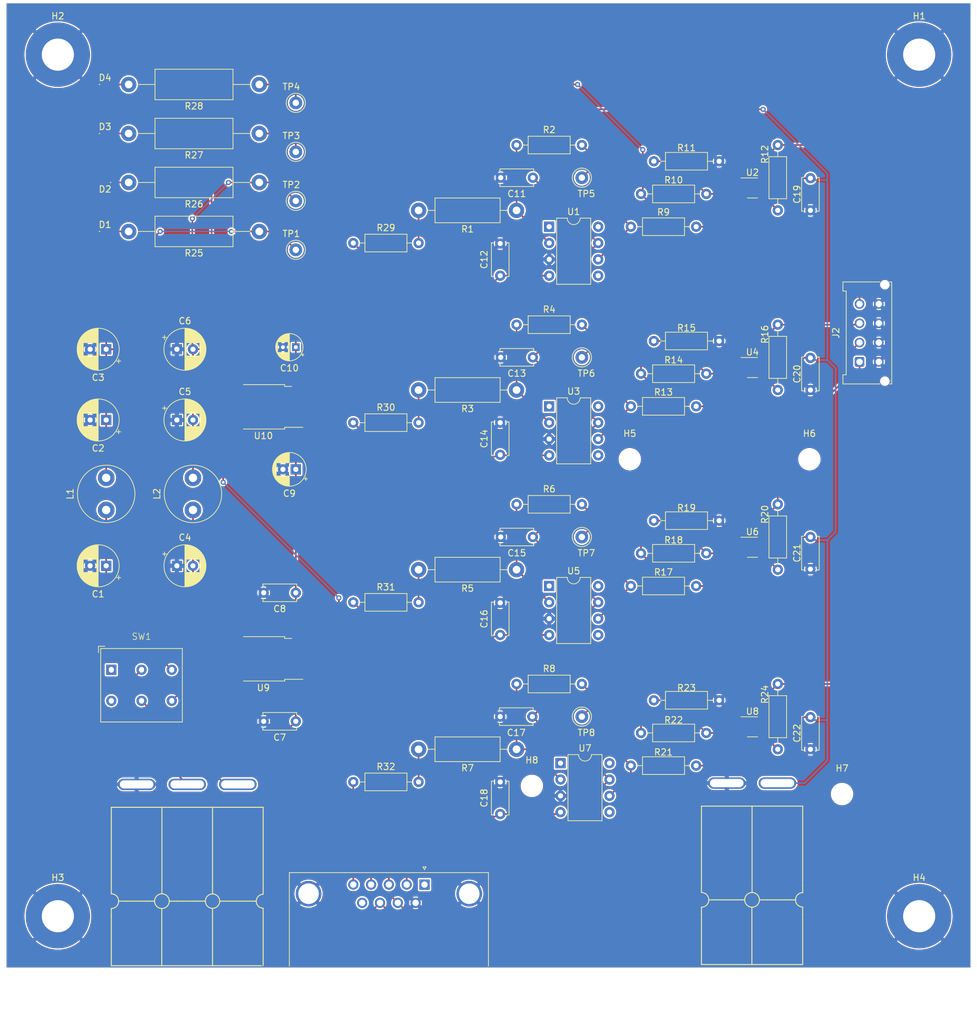
<source format=kicad_pcb>
(kicad_pcb (version 20221018) (generator pcbnew)
  (layers (0 "F.Cu" signal) (31 "B.Cu" signal) (34 "B.Paste" user) (35 "F.Paste" user) (36 "B.SilkS" user "B.Silkscreen") (37 "F.SilkS" user "F.Silkscreen") (38 "B.Mask" user) (39 "F.Mask" user) (44 "Edge.Cuts" user))
  (net 0 "")
  (net 1 "+15V")
  (net 2 "GND")
  (net 3 "+15V_f")
  (net 4 "-15V")
  (net 5 "-15V_f")
  (net 6 "+5V")
  (net 7 "+2.5V")
  (net 8 "Net-(D1-A)")
  (net 9 "Net-(D2-K)")
  (net 10 "Net-(D3-A)")
  (net 11 "Net-(D4-A)")
  (net 13 "X-IN")
  (net 14 "Y-IN")
  (net 15 "Z-IN")
  (net 16 "COM-IN")
  (net 18 "X-OUT")
  (net 19 "Y-OUT")
  (net 20 "Z-OUT")
  (net 21 "COM-OUT")
  (net 22 "Net-(U1--)")
  (net 23 "Net-(R1-Pad2)")
  (net 24 "Net-(R2-Pad2)")
  (net 25 "Net-(U3--)")
  (net 26 "Net-(R3-Pad2)")
  (net 27 "Net-(R13-Pad2)")
  (net 28 "Net-(U5--)")
  (net 29 "Net-(R31-Pad2)")
  (net 30 "Net-(R17-Pad2)")
  (net 31 "Net-(U7--)")
  (net 32 "Net-(R32-Pad2)")
  (net 33 "Net-(R21-Pad2)")
  (net 34 "Net-(U2--)")
  (net 35 "Net-(U2-+)")
  (net 36 "Net-(U4--)")
  (net 37 "Net-(U4-+)")
  (net 38 "Net-(U6--)")
  (net 39 "Net-(U6-+)")
  (net 40 "Net-(U8--)")
  (net 41 "Net-(U8-+)")
  (net 43 "Net-(SW1A-B)")
  (net 45 "Net-(SW1B-B)")
  (footprint "DQC-Connectors:Anderson_2_Horizontal_Side_by_Side" (layer "F.Cu") (at 172.343 138.5073 90)
    (fp_text reference "U12" hide)
    (fp_text value "Anderson-2")
  )
  (footprint "Capacitor_THT:C_Disc_D5.0mm_W2.5mm_P5.00mm" (layer "F.Cu") (at 105.3 128.905 180)
    (fp_text reference "C7")
    (fp_text value "0.33 uF")
  )
  (footprint "Resistor_THT:R_Axial_DIN0207_L6.3mm_D2.5mm_P10.16mm_Horizontal" (layer "F.Cu") (at 159 74.83)
    (fp_text reference "R14")
    (fp_text value "10k")
  )
  (footprint "MountingHole:MountingHole_5mm_Pad" (layer "F.Cu") (at 202.28 159.21)
    (fp_text reference "H4")
    (fp_text value "MountingHole_Pad")
  )
  (footprint "Package_DIP:DIP-8_W7.62mm" (layer "F.Cu") (at 144.72 79.91)
    (fp_text reference "U3")
    (fp_text value "TL071CP")
  )
  (footprint "Capacitor_THT:C_Disc_D5.0mm_W2.5mm_P5.00mm" (layer "F.Cu") (at 185.36 44.43 -90)
    (fp_text reference "C19")
    (fp_text value "0.1 uF")
  )
  (footprint "Resistor_THT:R_Axial_DIN0207_L6.3mm_D2.5mm_P10.16mm_Horizontal" (layer "F.Cu") (at 171.16 41.79 180)
    (fp_text reference "R11")
    (fp_text value "10k")
  )
  (footprint "Resistor_THT:R_Axial_DIN0207_L6.3mm_D2.5mm_P10.16mm_Horizontal" (layer "F.Cu") (at 139.64 123.09)
    (fp_text reference "R8")
    (fp_text value "1M")
  )
  (footprint "Resistor_THT:R_Axial_DIN0411_L9.9mm_D3.6mm_P15.24mm_Horizontal" (layer "F.Cu") (at 139.64 77.37 180)
    (fp_text reference "R3")
    (fp_text value "5M")
  )
  (footprint "Resistor_THT:R_Axial_DIN0207_L6.3mm_D2.5mm_P10.16mm_Horizontal" (layer "F.Cu") (at 159 130.71)
    (fp_text reference "R22")
    (fp_text value "10k")
  )
  (footprint "Package_DIP:DIP-8_W7.62mm" (layer "F.Cu") (at 146.48 135.41)
    (fp_text reference "U7")
    (fp_text value "TL071CP")
  )
  (footprint "Package_TO_SOT_SMD:SOT-23-5" (layer "F.Cu") (at 176.3375 45.94)
    (fp_text reference "U2")
    (fp_text value "OPA310IDBVR")
  )
  (footprint "Resistor_THT:R_Axial_DIN0207_L6.3mm_D2.5mm_P10.16mm_Horizontal" (layer "F.Cu") (at 180.28 133.25 90)
    (fp_text reference "R24")
    (fp_text value "10k")
  )
  (footprint "Capacitor_THT:C_Disc_D5.0mm_W2.5mm_P5.00mm" (layer "F.Cu") (at 185.36 72.37 -90)
    (fp_text reference "C20")
    (fp_text value "0.1 uF")
  )
  (footprint "Resistor_THT:R_Axial_DIN0414_L11.9mm_D4.5mm_P20.32mm_Horizontal" (layer "F.Cu") (at 99.62 29.85 180)
    (fp_text reference "R28")
    (fp_text value "33")
  )
  (footprint "Package_TO_SOT_SMD:SOT-23-5" (layer "F.Cu") (at 176.3375 73.88)
    (fp_text reference "U4")
    (fp_text value "OPA310IDBVR")
  )
  (footprint "Capacitor_THT:CP_Radial_D6.3mm_P2.50mm" (layer "F.Cu") (at 75.8 71.03 180)
    (fp_text reference "C3")
    (fp_text value "100uF")
  )
  (footprint "Capacitor_THT:C_Disc_D5.0mm_W2.5mm_P5.00mm" (layer "F.Cu") (at 137.1 143.33 90)
    (fp_text reference "C18")
    (fp_text value "0.1 uF")
  )
  (footprint "Capacitor_THT:C_Disc_D5.0mm_W2.5mm_P5.00mm" (layer "F.Cu") (at 137.1 115.47 90)
    (fp_text reference "C16")
    (fp_text value "0.1 uF")
  )
  (footprint "MountingHole:MountingHole_5mm_Pad" (layer "F.Cu") (at 68.28 159.21)
    (fp_text reference "H3")
    (fp_text value "MountingHole_Pad")
  )
  (footprint "Capacitor_THT:C_Disc_D5.0mm_W2.5mm_P5.00mm" (layer "F.Cu") (at 142.18 72.29 180)
    (fp_text reference "C13")
    (fp_text value "0.1 uF")
  )
  (footprint "Package_TO_SOT_SMD:SOT-23-5" (layer "F.Cu") (at 176.3375 129.76)
    (fp_text reference "U8")
    (fp_text value "OPA310IDBVR")
  )
  (footprint "Resistor_THT:R_Axial_DIN0207_L6.3mm_D2.5mm_P10.16mm_Horizontal" (layer "F.Cu") (at 114.24 110.39)
    (fp_text reference "R31")
    (fp_text value "1M")
  )
  (footprint "Resistor_THT:R_Axial_DIN0207_L6.3mm_D2.5mm_P10.16mm_Horizontal" (layer "F.Cu") (at 159 102.77)
    (fp_text reference "R18")
    (fp_text value "10k")
  )
  (footprint "Resistor_THT:R_Axial_DIN0207_L6.3mm_D2.5mm_P10.16mm_Horizontal" (layer "F.Cu") (at 180.28 105.31 90)
    (fp_text reference "R20")
    (fp_text value "10k")
  )
  (footprint "Package_TO_SOT_SMD:SOT-23-5" (layer "F.Cu") (at 176.3375 101.82)
    (fp_text reference "U6")
    (fp_text value "OPA310IDBVR")
  )
  (footprint "TestPoint:TestPoint_Loop_D2.50mm_Drill1.0mm" (layer "F.Cu") (at 149.8 100.23)
    (fp_text reference "TP7")
    (fp_text value "TestPoint")
  )
  (footprint "Capacitor_THT:CP_Radial_D4.0mm_P2.00mm" (layer "F.Cu") (at 105.3 70.71 180)
    (fp_text reference "C10")
    (fp_text value "2.2 uF")
  )
  (footprint "TestPoint:TestPoint_Loop_D2.50mm_Drill1.0mm" (layer "F.Cu") (at 105.3 55.57 180)
    (fp_text reference "TP1")
    (fp_text value "TestPoint")
  )
  (footprint "Capacitor_THT:C_Disc_D5.0mm_W2.5mm_P5.00mm" (layer "F.Cu") (at 185.36 128.25 -90)
    (fp_text reference "C22")
    (fp_text value "0.1 uF")
  )
  (footprint "LED_SMD:LED_0201_0603Metric" (layer "F.Cu") (at 75.625 29.85)
    (fp_text reference "D4")
    (fp_text value "LED")
  )
  (footprint "MountingHole:MountingHole_5mm_Pad" (layer "F.Cu") (at 68.28 25.21)
    (fp_text reference "H2")
    (fp_text value "MountingHole_Pad")
  )
  (footprint "DQC-Connectors:Anderson_3_Horizontal_Side_by_Side" (layer "F.Cu") (at 80.532 138.71 90)
    (fp_text reference "U11" hide)
    (fp_text value "Anderson-3")
  )
  (footprint "Resistor_THT:R_Axial_DIN0411_L9.9mm_D3.6mm_P15.24mm_Horizontal" (layer "F.Cu") (at 139.64 105.31 180)
    (fp_text reference "R5")
    (fp_text value "5M")
  )
  (footprint "Capacitor_THT:C_Disc_D5.0mm_W2.5mm_P5.00mm" (layer "F.Cu") (at 137.1 59.59 90)
    (fp_text reference "C12")
    (fp_text value "0.1 uF")
  )
  (footprint "Connector_Molex:Molex_Micro-Fit_3.0_43045-0812_2x04_P3.00mm_Vertical" (layer "F.Cu") (at 193 72.99 90)
    (fp_text reference "J2")
    (fp_text value "Conn_02x04_Odd_Even")
  )
  (footprint "TestPoint:TestPoint_Loop_D2.50mm_Drill1.0mm" (layer "F.Cu") (at 149.8 128.17)
    (fp_text reference "TP8")
    (fp_text value "TestPoint")
  )
  (footprint "MountingHole:MountingHole_5mm_Pad" (layer "F.Cu") (at 202.28 25.21)
    (fp_text reference "H1")
    (fp_text value "MountingHole_Pad")
  )
  (footprint "TestPoint:TestPoint_Loop_D2.50mm_Drill1.0mm" (layer "F.Cu") (at 105.3 47.95 180)
    (fp_text reference "TP2")
    (fp_text value "TestPoint")
  )
  (footprint "Capacitor_THT:C_Disc_D5.0mm_W2.5mm_P5.00mm" (layer "F.Cu") (at 105.3 108.905 180)
    (fp_text reference "C8")
    (fp_text value "0.1 uF")
  )
  (footprint "Resistor_THT:R_Axial_DIN0207_L6.3mm_D2.5mm_P10.16mm_Horizontal" (layer "F.Cu") (at 167.58 135.79 180)
    (fp_text reference "R21")
    (fp_text value "10k")
  )
  (footprint "Resistor_THT:R_Axial_DIN0207_L6.3mm_D2.5mm_P10.16mm_Horizontal" (layer "F.Cu") (at 114.24 82.45)
    (fp_text reference "R30")
    (fp_text value "1M")
  )
  (footprint "Capacitor_THT:CP_Radial_D6.3mm_P2.50mm" (layer "F.Cu") (at 86.8 71.03)
    (fp_text reference "C6")
    (fp_text value "100uF")
  )
  (footprint "Resistor_THT:R_Axial_DIN0207_L6.3mm_D2.5mm_P10.16mm_Horizontal" (layer "F.Cu") (at 139.64 95.15)
    (fp_text reference "R6")
    (fp_text value "1M")
  )
  (footprint "Resistor_THT:R_Axial_DIN0207_L6.3mm_D2.5mm_P10.16mm_Horizontal" (layer "F.Cu") (at 159 46.87)
    (fp_text reference "R10")
    (fp_text value "10k")
  )
  (footprint "MountingHole:MountingHole_3mm" (layer "F.Cu") (at 157.26 88.14)
    (fp_text reference "H5")
    (fp_text value "MountingHole")
  )
  (footprint "Resistor_THT:R_Axial_DIN0207_L6.3mm_D2.5mm_P10.16mm_Horizontal" (layer "F.Cu") (at 114.24 54.51)
    (fp_text reference "R29")
    (fp_text value "1M")
  )
  (footprint "LED_SMD:LED_0201_0603Metric" (layer "F.Cu") (at 75.625 45.09 180)
    (fp_text reference "D2")
    (fp_text value "LED")
  )
  (footprint "Resistor_THT:R_Axial_DIN0414_L11.9mm_D4.5mm_P20.32mm_Horizontal" (layer "F.Cu") (at 99.62 52.71 180)
    (fp_text reference "R25")
    (fp_text value "680")
  )
  (footprint "Resistor_THT:R_Axial_DIN0207_L6.3mm_D2.5mm_P10.16mm_Horizontal" (layer "F.Cu") (at 167.58 51.97 180)
    (fp_text reference "R9")
    (fp_text value "10k")
  )
  (footprint "Resistor_THT:R_Axial_DIN0207_L6.3mm_D2.5mm_P10.16mm_Horizontal" (layer "F.Cu") (at 167.58 107.85 180)
    (fp_text reference "R17")
    (fp_text value "10k")
  )
  (footprint "TestPoint:TestPoint_Loop_D2.50mm_Drill1.0mm" (layer "F.Cu") (at 105.3 32.71 180)
    (fp_text reference "TP4")
    (fp_text value "TestPoint")
  )
  (footprint "Resistor_THT:R_Axial_DIN0207_L6.3mm_D2.5mm_P10.16mm_Horizontal" (layer "F.Cu") (at 167.58 79.91 180)
    (fp_text reference "R13")
    (fp_text value "10k")
  )
  (footprint "Inductor_THT:L_Radial_D8.7mm_P5.00mm_Fastron_07HCP" (layer "F.Cu") (at 75.8 96.03 90)
    (fp_text reference "L1")
    (fp_text value "10uH")
  )
  (footprint "Resistor_THT:R_Axial_DIN0207_L6.3mm_D2.5mm_P10.16mm_Horizontal" (layer "F.Cu") (at 171.16 97.69 180)
    (fp_text reference "R19")
    (fp_text value "10k")
  )
  (footprint "Capacitor_THT:C_Disc_D5.0mm_W2.5mm_P5.00mm" (layer "F.Cu") (at 142.1 128.17 180)
    (fp_text reference "C17")
    (fp_text value "0.1 uF")
  )
  (footprint "Resistor_THT:R_Axial_DIN0411_L9.9mm_D3.6mm_P15.24mm_Horizontal" (layer "F.Cu") (at 139.64 49.43 180)
    (fp_text reference "R1")
    (fp_text value "5M")
  )
  (footprint "Capacitor_THT:C_Disc_D5.0mm_W2.5mm_P5.00mm" (layer "F.Cu") (at 185.36 100.23 -90)
    (fp_text reference "C21")
    (fp_text value "0.1 uF")
  )
  (footprint "Capacitor_THT:C_Disc_D5.0mm_W2.5mm_P5.00mm" (layer "F.Cu") (at 142.18 100.23 180)
    (fp_text reference "C15")
    (fp_text value "0.1 uF")
  )
  (footprint "Package_TO_SOT_SMD:TO-252-3_TabPin2" (layer "F.Cu") (at 100.26 79.99 180)
    (fp_text reference "U10")
    (fp_text value "LD39150DT25")
  )
  (footprint "Resistor_THT:R_Axial_DIN0207_L6.3mm_D2.5mm_P10.16mm_Horizontal" (layer "F.Cu") (at 139.64 39.27)
    (fp_text reference "R2")
    (fp_text value "1M")
  )
  (footprint "LED_SMD:LED_0201_0603Metric" (layer "F.Cu") (at 75.625 52.71)
    (fp_text reference "D1")
    (fp_text value "LED")
  )
  (footprint "Capacitor_THT:CP_Radial_D5.0mm_P2.00mm" (layer "F.Cu") (at 105.3 89.71 180)
    (fp_text reference "C9")
    (fp_text value "1 uF")
  )
  (footprint "Resistor_THT:R_Axial_DIN0207_L6.3mm_D2.5mm_P10.16mm_Horizontal" (layer "F.Cu") (at 114.24 138.33)
    (fp_text reference "R32")
    (fp_text value "1M")
  )
  (footprint "Resistor_THT:R_Axial_DIN0207_L6.3mm_D2.5mm_P10.16mm_Horizontal" (layer "F.Cu") (at 180.28 49.43 90)
    (fp_text reference "R12")
    (fp_text value "10k")
  )
  (footprint "Package_DIP:DIP-8_W7.62mm" (layer "F.Cu") (at 144.72 107.85)
    (fp_text reference "U5")
    (fp_text value "TL071CP")
  )
  (footprint "Package_TO_SOT_SMD:TO-252-2" (layer "F.Cu") (at 100.26 119.185 180)
    (fp_text reference "U9")
    (fp_text value "KA78M05_TO252")
  )
  (footprint "Capacitor_THT:C_Disc_D5.0mm_W2.5mm_P5.00mm" (layer "F.Cu") (at 142.18 44.35 180)
    (fp_text reference "C11")
    (fp_text value "0.1 uF")
  )
  (footprint "Capacitor_THT:CP_Radial_D6.3mm_P2.50mm" (layer "F.Cu") (at 75.8 104.71 180)
    (fp_text reference "C1")
    (fp_text value "100uF")
  )
  (footprint "Connector_Dsub:DSUB-9_Female_Horizontal_P2.77x2.84mm_EdgePinOffset9.90mm_Housed_MountingHolesOffset11.32mm" (layer "F.Cu") (at 125.32 154.29)
    (fp_text reference "J1" hide)
    (fp_text value "DE9_Receptacle_MountingHoles")
  )
  (footprint "Capacitor_THT:CP_Radial_D6.3mm_P2.50mm" (layer "F.Cu") (at 86.8 104.71)
    (fp_text reference "C4")
    (fp_text value "100uF")
  )
  (footprint "MountingHole:MountingHole_3mm" (layer "F.Cu") (at 190.28 140.21)
    (fp_text reference "H7")
    (fp_text value "MountingHole")
  )
  (footprint "TestPoint:TestPoint_Loop_D2.50mm_Drill1.0mm" (layer "F.Cu") (at 149.8 72.29)
    (fp_text reference "TP6")
    (fp_text value "TestPoint")
  )
  (footprint "Resistor_THT:R_Axial_DIN0207_L6.3mm_D2.5mm_P10.16mm_Horizontal" (layer "F.Cu") (at 171.16 125.63 180)
    (fp_text reference "R23")
    (fp_text value "10k")
  )
  (footprint "Package_DIP:DIP-8_W7.62mm" (layer "F.Cu") (at 144.72 51.97)
    (fp_text reference "U1")
    (fp_text value "TL071CP")
  )
  (footprint "Resistor_THT:R_Axial_DIN0414_L11.9mm_D4.5mm_P20.32mm_Horizontal" (layer "F.Cu") (at 99.62 37.47 180)
    (fp_text reference "R27")
    (fp_text value "150")
  )
  (footprint "Resistor_THT:R_Axial_DIN0414_L11.9mm_D4.5mm_P20.32mm_Horizontal" (layer "F.Cu") (at 99.62 45.09 180)
    (fp_text reference "R26")
    (fp_text value "680")
  )
  (footprint "MountingHole:MountingHole_3mm" (layer "F.Cu") (at 142.02 138.94)
    (fp_text reference "H8")
    (fp_text value "MountingHole")
  )
  (footprint "TestPoint:TestPoint_Loop_D2.50mm_Drill1.0mm" (layer "F.Cu") (at 105.3 40.33 180)
    (fp_text reference "TP3")
    (fp_text value "TestPoint")
  )
  (footprint "Resistor_THT:R_Axial_DIN0207_L6.3mm_D2.5mm_P10.16mm_Horizontal" (layer "F.Cu") (at 180.28 77.37 90)
    (fp_text reference "R16")
    (fp_text value "10k")
  )
  (footprint "Resistor_THT:R_Axial_DIN0207_L6.3mm_D2.5mm_P10.16mm_Horizontal" (layer "F.Cu") (at 171.16 69.75 180)
    (fp_text reference "R15")
    (fp_text value "10k")
  )
  (footprint "MountingHole:MountingHole_3mm" (layer "F.Cu") (at 185.2 88.14)
    (fp_text reference "H6")
    (fp_text value "MountingHole")
  )
  (footprint "Capacitor_THT:CP_Radial_D6.3mm_P2.50mm" (layer "F.Cu") (at 75.8 82.03 180)
    (fp_text reference "C2")
    (fp_text value "100uF")
  )
  (footprint "LED_SMD:LED_0201_0603Metric" (layer "F.Cu") (at 75.625 37.47)
    (fp_text reference "D3")
    (fp_text value "LED")
  )
  (footprint "Button_Switch_THT:SW_E-Switch_100DP1T1B1M2QEH_DPDT_Toggle_Straight" (layer "F.Cu") (at 76.6 120.88)
    (fp_text reference "SW1")
    (fp_text value "SW_DPDT_x2")
  )
  (footprint "Inductor_THT:L_Radial_D8.7mm_P5.00mm_Fastron_07HCP" (layer "F.Cu") (at 89.3 96.03 90)
    (fp_text reference "L2")
    (fp_text value "10uH")
  )
  (footprint "Resistor_THT:R_Axial_DIN0207_L6.3mm_D2.5mm_P10.16mm_Horizontal" (layer "F.Cu") (at 139.64 67.21)
    (fp_text reference "R4")
    (fp_text value "1M")
  )
  (footprint "TestPoint:TestPoint_Loop_D2.50mm_Drill1.0mm" (layer "F.Cu") (at 149.8 44.35)
    (fp_text reference "TP5")
    (fp_text value "TestPoint")
  )
  (footprint "Capacitor_THT:CP_Radial_D6.3mm_P2.50mm" (layer "F.Cu") (at 86.8 82.03)
    (fp_text reference "C5")
    (fp_text value "100uF")
  )
  (footprint "Resistor_THT:R_Axial_DIN0411_L9.9mm_D3.6mm_P15.24mm_Horizontal" (layer "F.Cu") (at 139.64 133.25 180)
    (fp_text reference "R7")
    (fp_text value "5M")
  )
  (footprint "Capacitor_THT:C_Disc_D5.0mm_W2.5mm_P5.00mm" (layer "F.Cu") (at 137.1 87.45 90)
    (fp_text reference "C14")
    (fp_text value "0.1 uF")
  )
  (gr_rect (start 60.28 17.21) (end 210.28 167.21) (stroke (width 0.1)) (fill none) (layer "Edge.Cuts"))
  (segment (start 75.8 110.68) (end 86 120.88) (width 0.25) (layer "F.Cu") (net 1))
  (segment (start 75.8 104.71) (end 75.8 110.68) (width 0.25) (layer "F.Cu") (net 1))
  (segment (start 75.8 96.03) (end 75.8 104.71) (width 0.25) (layer "F.Cu") (net 1))
  (segment (start 175.19 73.87) (end 175.2 73.88) (width 0.25) (layer "F.Cu") (net 2))
  (segment (start 86.8 104.75) (end 86.76 104.79) (width 0.25) (layer "F.Cu") (net 2))
  (segment (start 137.18 54.51) (end 137.1 54.59) (width 0.25) (layer "F.Cu") (net 2))
  (segment (start 137.18 110.39) (end 137.1 110.47) (width 0.25) (layer "F.Cu") (net 2))
  (segment (start 137.18 82.37) (end 137.1 82.45) (width 0.25) (layer "F.Cu") (net 2))
  (segment (start 149.8 57.05) (end 149.8 64.67) (width 0.25) (layer "F.Cu") (net 3))
  (segment (start 81.2 74.13) (end 78.1 71.03) (width 0.25) (layer "F.Cu") (net 3))
  (segment (start 103.28 130.71) (end 88.28 130.71) (width 0.25) (layer "F.Cu") (net 3))
  (segment (start 149.8 84.99) (end 149.8 92.61) (width 0.25) (layer "F.Cu") (net 3))
  (segment (start 149.8 64.67) (end 142.18 72.29) (width 0.25) (layer "F.Cu") (net 3))
  (segment (start 88.2 119.71) (end 81.2 112.71) (width 0.25) (layer "F.Cu") (net 3))
  (segment (start 86.28 123.71) (end 88.2 121.79) (width 0.25) (layer "F.Cu") (net 3))
  (segment (start 84.28 126.71) (end 84.28 124.71) (width 0.25) (layer "F.Cu") (net 3))
  (segment (start 151.28 144.095) (end 133.96 161.415) (width 0.25) (layer "F.Cu") (net 3))
  (segment (start 103.495 130.71) (end 105.3 128.905) (width 0.25) (layer "F.Cu") (net 3))
  (segment (start 149.8 112.93) (end 149.8 120.47) (width 0.25) (layer "F.Cu") (net 3))
  (segment (start 114.11 161.415) (end 107.28 161.415) (width 0.25) (layer "F.Cu") (net 3))
  (segment (start 103.495 157.63) (end 103.495 130.71) (width 0.25) (layer "F.Cu") (net 3))
  (segment (start 133.96 161.415) (end 122.68 161.415) (width 0.25) (layer "F.Cu") (net 3))
  (segment (start 149.8 120.47) (end 142.1 128.17) (width 0.25) (layer "F.Cu") (net 3))
  (segment (start 103.28 130.71) (end 103.495 130.71) (width 0.25) (layer "F.Cu") (net 3))
  (segment (start 154.1 137.95) (end 151.28 140.77) (width 0.25) (layer "F.Cu") (net 3))
  (segment (start 78.1 71.03) (end 75.8 71.03) (width 0.25) (layer "F.Cu") (net 3))
  (segment (start 85.28 123.71) (end 86.28 123.71) (width 0.25) (layer "F.Cu") (net 3))
  (segment (start 142.18 44.35) (end 152.34 54.51) (width 0.25) (layer "F.Cu") (net 3))
  (segment (start 81.2 112.71) (end 81.2 74.13) (width 0.25) (layer "F.Cu") (net 3))
  (segment (start 75.8 61.11) (end 75.8 71.03) (width 0.25) (layer "F.Cu") (net 3))
  (segment (start 105.3 55.57) (end 102.44 52.71) (width 0.25) (layer "F.Cu") (net 3))
  (segment (start 105.3 121.465) (end 105.3 128.905) (width 0.25) (layer "F.Cu") (net 3))
  (segment (start 88.2 121.79) (end 88.2 119.71) (width 0.25) (layer "F.Cu") (net 3))
  (segment (start 102.44 52.71) (end 99.62 52.71) (width 0.25) (layer "F.Cu") (net 3))
  (segment (start 122.68 161.415) (end 118.395 157.13) (width 0.25) (layer "F.Cu") (net 3))
  (segment (start 154.1 137.95) (end 150.36 134.21) (width 0.25) (layer "F.Cu") (net 3))
  (segment (start 84.28 124.71) (end 85.28 123.71) (width 0.25) (layer "F.Cu") (net 3))
  (segment (start 107.28 161.415) (end 103.495 157.63) (width 0.25) (layer "F.Cu") (net 3))
  (segment (start 152.34 82.45) (end 149.8 84.99) (width 0.25) (layer "F.Cu") (net 3))
  (segment (start 152.34 54.51) (end 149.8 57.05) (width 0.25) (layer "F.Cu") (net 3))
  (segment (start 148.14 134.21) (end 142.1 128.17) (width 0.25) (layer "F.Cu") (net 3))
  (segment (start 75.8 71.03) (end 75.8 82.03) (width 0.25) (layer "F.Cu") (net 3))
  (segment (start 142.18 72.29) (end 152.34 82.45) (width 0.25) (layer "F.Cu") (net 3))
  (segment (start 142.18 100.23) (end 152.34 110.39) (width 0.25) (layer "F.Cu") (net 3))
  (segment (start 118.395 157.13) (end 114.11 161.415) (width 0.25) (layer "F.Cu") (net 3))
  (segment (start 149.8 92.61) (end 142.18 100.23) (width 0.25) (layer "F.Cu") (net 3))
  (segment (start 88.28 130.71) (end 84.28 126.71) (width 0.25) (layer "F.Cu") (net 3))
  (segment (start 75.8 82.03) (end 75.8 91.03) (width 0.25) (layer "F.Cu") (net 3))
  (segment (start 95.28 52.71) (end 99.62 52.71) (width 0.25) (layer "F.Cu") (net 3))
  (segment (start 150.36 134.21) (end 148.14 134.21) (width 0.25) (layer "F.Cu") (net 3))
  (segment (start 84.2 52.71) (end 75.8 61.11) (width 0.25) (layer "F.Cu") (net 3))
  (segment (start 152.34 110.39) (end 149.8 112.93) (width 0.25) (layer "F.Cu") (net 3))
  (segment (start 151.28 140.77) (end 151.28 144.095) (width 0.25) (layer "F.Cu") (net 3))
  (via (at 95.28 52.71) (size 0.8) (drill 0.4) (layers "F.Cu" "B.Cu") (net 3))
  (via (at 84.2 52.71) (size 0.8) (drill 0.4) (layers "F.Cu" "B.Cu") (net 3))
  (segment (start 84.2 52.71) (end 95.28 52.71) (width 0.25) (layer "B.Cu") (net 3))
  (segment (start 89.3 96.03) (end 89.3 104.71) (width 0.25) (layer "F.Cu") (net 4))
  (segment (start 89.3 122.41) (end 86 125.71) (width 0.25) (layer "F.Cu") (net 4))
  (segment (start 89.3 104.71) (end 89.3 122.41) (width 0.25) (layer "F.Cu") (net 4))
  (segment (start 113 155.415) (end 119.45 155.415) (width 0.25) (layer "F.Cu") (net 5))
  (segment (start 123.45 159.415) (end 121.165 157.13) (width 0.25) (layer "F.Cu") (net 5))
  (segment (start 134.56 62.13) (end 134.56 143.71) (width 0.25) (layer "F.Cu") (net 5))
  (segment (start 126.28 159.415) (end 123.45 159.415) (width 0.25) (layer "F.Cu") (net 5))
  (segment (start 119.45 155.415) (end 121.165 157.13) (width 0.25) (layer "F.Cu") (net 5))
  (segment (start 137.18 87.53) (end 137.1 87.45) (width 0.25) (layer "F.Cu") (net 5))
  (segment (start 105.3 47.95) (end 102.44 45.09) (width 0.25) (layer "F.Cu") (net 5))
  (segment (start 102.44 45.09) (end 99.62 45.09) (width 0.25) (layer "F.Cu") (net 5))
  (segment (start 137.1 115.47) (end 136.86 115.71) (width 0.25) (layer "F.Cu") (net 5))
  (segment (start 128.28 157.415) (end 126.28 159.415) (width 0.25) (layer "F.Cu") (net 5))
  (segment (start 136.84 87.71) (end 134.56 87.71) (width 0.25) (layer "F.Cu") (net 5))
  (segment (start 136.86 115.71) (end 134.56 115.71) (width 0.25) (layer "F.Cu") (net 5))
  (segment (start 137.1 59.59) (end 134.56 62.13) (width 0.25) (layer "F.Cu") (net 5))
  (segment (start 94.82 45.09) (end 99.62 45.09) (width 0.25) (layer "F.Cu") (net 5))
  (segment (start 134.56 143.71) (end 137 143.71) (width 0.25) (layer "F.Cu") (net 5))
  (segment (start 89.3 82.03) (end 89.3 91.03) (width 0.25) (layer "F.Cu") (net 5))
  (segment (start 112 154.415) (end 113 155.415) (width 0.25) (layer "F.Cu") (net 5))
  (segment (start 134.56 143.71) (end 128.28 149.99) (width 0.25) (layer "F.Cu") (net 5))
  (segment (start 94 91.71) (end 94 73.43) (width 0.25) (layer "F.Cu") (net 5))
  (segment (start 89.2 70.93) (end 89.3 71.03) (width 0.25) (layer "F.Cu") (net 5))
  (segment (start 146.18 143.33) (end 146.48 143.03) (width 0.25) (layer "F.Cu") (net 5))
  (segment (start 137.1 87.45) (end 136.84 87.71) (width 0.25) (layer "F.Cu") (net 5))
  (segment (start 89.2 50.71) (end 89.2 70.93) (width 0.25) (layer "F.Cu") (net 5))
  (segment (start 112 109.71) (end 112 154.415) (width 0.25) (layer "F.Cu") (net 5))
  (segment (start 137.1 115.47) (end 144.72 115.47) (width 0.25) (layer "F.Cu") (net 5))
  (segment (start 144.72 87.53) (end 137.18 87.53) (width 0.25) (layer "F.Cu") (net 5))
  (segment (start 94 73.43) (end 91.6 71.03) (width 0.25) (layer "F.Cu") (net 5))
  (segment (start 144.72 59.59) (end 137.1 59.59) (width 0.25) (layer "F.Cu") (net 5))
  (segment (start 91.6 71.03) (end 89.3 71.03) (width 0.25) (layer "F.Cu") (net 5))
  (segment (start 89.3 71.03) (end 89.3 82.03) (width 0.25) (layer "F.Cu") (net 5))
  (segment (start 137.1 143.33) (end 146.18 143.33) (width 0.25) (layer "F.Cu") (net 5))
  (segment (start 128.28 149.99) (end 128.28 157.415) (width 0.25) (layer "F.Cu") (net 5))
  (via (at 112 109.71) (size 0.8) (drill 0.4) (layers "F.Cu" "B.Cu") (net 5))
  (via (at 89.2 50.71) (size 0.8) (drill 0.4) (layers "F.Cu" "B.Cu") (net 5))
  (via (at 94 91.71) (size 0.8) (drill 0.4) (layers "F.Cu" "B.Cu") (net 5))
  (via (at 94.82 45.09) (size 0.8) (drill 0.4) (layers "F.Cu" "B.Cu") (net 5))
  (segment (start 94 91.71) (end 112 109.71) (width 0.25) (layer "B.Cu") (net 5))
  (segment (start 89.2 50.71) (end 94.82 45.09) (width 0.25) (layer "B.Cu") (net 5))
  (segment (start 105.28 37.47) (end 108.48 37.47) (width 0.25) (layer "F.Cu") (net 6))
  (segment (start 177.475 100.87) (end 178.115 100.23) (width 0.25) (layer "F.Cu") (net 6))
  (segment (start 105.3 101.61) (end 108.48 98.43) (width 0.25) (layer "F.Cu") (net 6))
  (segment (start 178 33.71) (end 112.24 33.71) (width 0.25) (layer "F.Cu") (net 6))
  (segment (start 178.115 100.23) (end 185.36 100.23) (width 0.25) (layer "F.Cu") (net 6))
  (segment (start 105.3 108.905) (end 105.3 101.71) (width 0.25) (layer "F.Cu") (net 6))
  (segment (start 177.475 128.81) (end 178.035 128.25) (width 0.25) (layer "F.Cu") (net 6))
  (segment (start 177.475 44.99) (end 178.035 44.43) (width 0.25) (layer "F.Cu") (net 6))
  (segment (start 105.3 108.905) (end 105.3 116.905) (width 0.25) (layer "F.Cu") (net 6))
  (segment (start 99.62 37.47) (end 105.28 37.47) (width 0.25) (layer "F.Cu") (net 6))
  (segment (start 178.035 44.43) (end 185.36 44.43) (width 0.25) (layer "F.Cu") (net 6))
  (segment (start 105.3 40.33) (end 105.3 37.49) (width 0.25) (layer "F.Cu") (net 6))
  (segment (start 108.48 98.43) (end 108.48 37.47) (width 0.25) (layer "F.Cu") (net 6))
  (segment (start 178.035 72.37) (end 185.36 72.37) (width 0.25) (layer "F.Cu") (net 6))
  (segment (start 105.3 37.49) (end 105.28 37.47) (width 0.25) (layer "F.Cu") (net 6))
  (segment (start 105.3 101.71) (end 105.3 89.71) (width 0.25) (layer "F.Cu") (net 6))
  (segment (start 105.3 82.27) (end 105.3 89.71) (width 0.25) (layer "F.Cu") (net 6))
  (segment (start 178.035 128.25) (end 185.36 128.25) (width 0.25) (layer "F.Cu") (net 6))
  (segment (start 177.475 72.93) (end 178.035 72.37) (width 0.25) (layer "F.Cu") (net 6))
  (segment (start 105.3 101.71) (end 105.3 101.61) (width 0.25) (layer "F.Cu") (net 6))
  (segment (start 112.24 33.71) (end 108.48 37.47) (width 0.25) (layer "F.Cu") (net 6))
  (via (at 178 33.71) (size 0.8) (drill 0.4) (layers "F.Cu" "B.Cu") (net 6))
  (segment (start 185.36 72.37) (end 185.7 72.71) (width 0.25) (layer "B.Cu") (net 6))
  (segment (start 189.28 73.99) (end 189.28 99.43) (width 0.25) (layer "B.Cu") (net 6))
  (segment (start 185.82 128.71) (end 188 128.71) (width 0.25) (layer "B.Cu") (net 6))
  (segment (start 188 44.71) (end 185.64 44.71) (width 0.25) (layer "B.Cu") (net 6))
  (segment (start 188 134.99) (end 188 100.71) (width 0.25) (layer "B.Cu") (net 6))
  (segment (start 185.84 100.71) (end 188 100.71) (width 0.25) (layer "B.Cu") (net 6))
  (segment (start 185.64 44.71) (end 185.36 44.43) (width 0.25) (layer "B.Cu") (net 6))
  (segment (start 184.4827 138.5073) (end 180.217 138.5073) (width 0.25) (layer "B.Cu") (net 6))
  (segment (start 185.36 128.25) (end 185.82 128.71) (width 0.25) (layer "B.Cu") (net 6))
  (segment (start 185.36 100.23) (end 185.84 100.71) (width 0.25) (layer "B.Cu") (net 6))
  (segment (start 188 72.71) (end 189.28 73.99) (width 0.25) (layer "B.Cu") (net 6))
  (segment (start 189.28 99.43) (end 188 100.71) (width 0.25) (layer "B.Cu") (net 6))
  (segment (start 188 43.71) (end 188 72.71) (width 0.25) (layer "B.Cu") (net 6))
  (segment (start 185.7 72.71) (end 188 72.71) (width 0.25) (layer "B.Cu") (net 6))
  (segment (start 178 33.71) (end 188 43.71) (width 0.25) (layer "B.Cu") (net 6))
  (segment (start 188 134.99) (end 184.4827 138.5073) (width 0.25) (layer "B.Cu") (net 6))
  (segment (start 160.28 111.21) (end 159 112.49) (width 0.25) (layer "F.Cu") (net 7))
  (segment (start 159.28 39.99) (end 159.28 46.59) (width 0.25) (layer "F.Cu") (net 7))
  (segment (start 92.2 54.71) (end 92.2 38.29) (width 0.25) (layer "F.Cu") (net 7))
  (segment (start 105.3 70.71) (end 105.3 77.71) (width 0.25) (layer "F.Cu") (net 7))
  (segment (start 159 56.49) (end 159 74.83) (width 0.25) (layer "F.Cu") (net 7))
  (segment (start 99.62 29.85) (end 102.28 29.85) (width 0.25) (layer "F.Cu") (net 7))
  (segment (start 149.14 29.85) (end 102.28 29.85) (width 0.25) (layer "F.Cu") (net 7))
  (segment (start 159.28 46.59) (end 159 46.87) (width 0.25) (layer "F.Cu") (net 7))
  (segment (start 100.28 34.21) (end 102.28 32.21) (width 0.25) (layer "F.Cu") (net 7))
  (segment (start 160.28 104.05) (end 160.28 111.21) (width 0.25) (layer "F.Cu") (net 7))
  (segment (start 159 74.83) (end 162.28 78.11) (width 0.25) (layer "F.Cu") (net 7))
  (segment (start 160.28 55.21) (end 159 56.49) (width 0.25) (layer "F.Cu") (net 7))
  (segment (start 105.3 70.71) (end 105.3 67.81) (width 0.25) (layer "F.Cu") (net 7))
  (segment (start 159 46.87) (end 160.28 48.15) (width 0.25) (layer "F.Cu") (net 7))
  (segment (start 105.3 67.81) (end 92.2 54.71) (width 0.25) (layer "F.Cu") (net 7))
  (segment (start 162.28 78.11) (end 162.28 90.21) (width 0.25) (layer "F.Cu") (net 7))
  (segment (start 160.28 48.15) (end 160.28 55.21) (width 0.25) (layer "F.Cu") (net 7))
  (segment (start 105.3 32.71) (end 105.3 29.85) (width 0.25) (layer "F.Cu") (net 7))
  (segment (start 162.28 90.21) (end 159 93.49) (width 0.25) (layer "F.Cu") (net 7))
  (segment (start 96.28 34.21) (end 100.28 34.21) (width 0.25) (layer "F.Cu") (net 7))
  (segment (start 102.28 32.21) (end 102.28 29.85) (width 0.25) (layer "F.Cu") (net 7))
  (segment (start 92.2 38.29) (end 96.28 34.21) (width 0.25) (layer "F.Cu") (net 7))
  (segment (start 159 93.49) (end 159 102.77) (width 0.25) (layer "F.Cu") (net 7))
  (segment (start 159 112.49) (end 159 130.71) (width 0.25) (layer "F.Cu") (net 7))
  (segment (start 159 102.77) (end 160.28 104.05) (width 0.25) (layer "F.Cu") (net 7))
  (via (at 159.28 39.99) (size 0.8) (drill 0.4) (layers "F.Cu" "B.Cu") (net 7))
  (via (at 149.14 29.85) (size 0.8) (drill 0.4) (layers "F.Cu" "B.Cu") (net 7))
  (segment (start 159.28 39.99) (end 149.14 29.85) (width 0.25) (layer "B.Cu") (net 7))
  (segment (start 79.3 52.71) (end 75.945 52.71) (width 0.25) (layer "F.Cu") (net 8))
  (segment (start 79.3 45.09) (end 75.945 45.09) (width 0.25) (layer "F.Cu") (net 9))
  (segment (start 79.3 37.47) (end 75.945 37.47) (width 0.25) (layer "F.Cu") (net 10))
  (segment (start 79.3 29.85) (end 75.945 29.85) (width 0.25) (layer "F.Cu") (net 11))
  (segment (start 122.55 62.82) (end 122.55 154.29) (width 0.25) (layer "F.Cu") (net 13))
  (segment (start 114.24 54.51) (end 122.55 62.82) (width 0.25) (layer "F.Cu") (net 13))
  (segment (start 119.78 87.99) (end 119.78 154.29) (width 0.25) (layer "F.Cu") (net 14))
  (segment (start 114.24 82.45) (end 119.78 87.99) (width 0.25) (layer "F.Cu") (net 14))
  (segment (start 117.01 113.16) (end 117.01 154.29) (width 0.25) (layer "F.Cu") (net 15))
  (segment (start 114.24 110.39) (end 117.01 113.16) (width 0.25) (layer "F.Cu") (net 15))
  (segment (start 114.24 138.33) (end 114.24 154.29) (width 0.25) (layer "F.Cu") (net 16))
  (segment (start 175.2 44.35) (end 175.2 44.99) (width 0.25) (layer "F.Cu") (net 18))
  (segment (start 193 63.99) (end 193 44.37) (width 0.25) (layer "F.Cu") (net 18))
  (segment (start 180.28 39.27) (end 175.2 44.35) (width 0.25) (layer "F.Cu") (net 18))
  (segment (start 193 44.37) (end 187.9 39.27) (width 0.25) (layer "F.Cu") (net 18))
  (segment (start 180.28 39.27) (end 187.9 39.27) (width 0.25) (layer "F.Cu") (net 18))
  (segment (start 180.28 67.21) (end 175.2 72.29) (width 0.25) (layer "F.Cu") (net 19))
  (segment (start 180.28 67.21) (end 192.78 67.21) (width 0.25) (layer "F.Cu") (net 19))
  (segment (start 192.78 67.21) (end 193 66.99) (width 0.25) (layer "F.Cu") (net 19))
  (segment (start 175.2 72.29) (end 175.2 72.93) (width 0.25) (layer "F.Cu") (net 19))
  (segment (start 191.28 71.71) (end 191.28 75.21) (width 0.25) (layer "F.Cu") (net 20))
  (segment (start 175.2 100.23) (end 175.2 100.87) (width 0.25) (layer "F.Cu") (net 20))
  (segment (start 180.28 95.15) (end 175.2 100.23) (width 0.25) (layer "F.Cu") (net 20))
  (segment (start 191.28 75.21) (end 180.28 86.21) (width 0.25) (layer "F.Cu") (net 20))
  (segment (start 193 69.99) (end 191.28 71.71) (width 0.25) (layer "F.Cu") (net 20))
  (segment (start 180.28 86.21) (end 180.28 95.15) (width 0.25) (layer "F.Cu") (net 20))
  (segment (start 175.2 128.17) (end 175.2 128.81) (width 0.25) (layer "F.Cu") (net 21))
  (segment (start 180.28 123.09) (end 175.2 128.17) (width 0.25) (layer "F.Cu") (net 21))
  (segment (start 180.28 123.09) (end 188.92 123.09) (width 0.25) (layer "F.Cu") (net 21))
  (segment (start 193 119.01) (end 188.92 123.09) (width 0.25) (layer "F.Cu") (net 21))
  (segment (start 193 72.99) (end 193 119.01) (width 0.25) (layer "F.Cu") (net 21))
  (segment (start 139.64 39.27) (end 139.64 49.43) (width 0.25) (layer "F.Cu") (net 22))
  (segment (start 139.64 49.43) (end 144.72 54.51) (width 0.25) (layer "F.Cu") (net 22))
  (segment (start 124.4 49.43) (end 124.4 54.51) (width 0.25) (layer "F.Cu") (net 23))
  (segment (start 152.26 41.89) (end 152.26 41.73) (width 0.25) (layer "F.Cu") (net 24))
  (segment (start 157.42 51.97) (end 154.28 48.83) (width 0.25) (layer "F.Cu") (net 24))
  (segment (start 154.28 43.75) (end 152.26 41.73) (width 0.25) (layer "F.Cu") (net 24))
  (segment (start 154.28 48.83) (end 154.28 43.75) (width 0.25) (layer "F.Cu") (net 24))
  (segment (start 157.42 51.97) (end 152.34 57.05) (width 0.25) (layer "F.Cu") (net 24))
  (segment (start 152.26 41.73) (end 149.8 39.27) (width 0.25) (layer "F.Cu") (net 24))
  (segment (start 149.8 44.35) (end 152.26 41.89) (width 0.25) (layer "F.Cu") (net 24))
  (segment (start 139.64 77.37) (end 144.72 82.45) (width 0.25) (layer "F.Cu") (net 25))
  (segment (start 139.64 67.21) (end 139.64 77.37) (width 0.25) (layer "F.Cu") (net 25))
  (segment (start 124.4 77.37) (end 124.4 82.45) (width 0.25) (layer "F.Cu") (net 26))
  (segment (start 149.8 72.29) (end 152.29 69.8) (width 0.25) (layer "F.Cu") (net 27))
  (segment (start 157.42 79.91) (end 152.34 84.99) (width 0.25) (layer "F.Cu") (net 27))
  (segment (start 154.28 71.69) (end 152.29 69.7) (width 0.25) (layer "F.Cu") (net 27))
  (segment (start 154.28 76.77) (end 154.28 71.69) (width 0.25) (layer "F.Cu") (net 27))
  (segment (start 152.29 69.8) (end 152.29 69.7) (width 0.25) (layer "F.Cu") (net 27))
  (segment (start 157.42 79.91) (end 154.28 76.77) (width 0.25) (layer "F.Cu") (net 27))
  (segment (start 152.29 69.7) (end 149.8 67.21) (width 0.25) (layer "F.Cu") (net 27))
  (segment (start 139.64 95.15) (end 139.64 105.31) (width 0.25) (layer "F.Cu") (net 28))
  (segment (start 139.64 105.31) (end 144.72 110.39) (width 0.25) (layer "F.Cu") (net 28))
  (segment (start 124.4 105.31) (end 124.4 110.39) (width 0.25) (layer "F.Cu") (net 29))
  (segment (start 157.42 107.85) (end 154.28 104.71) (width 0.25) (layer "F.Cu") (net 30))
  (segment (start 157.42 107.85) (end 152.34 112.93) (width 0.25) (layer "F.Cu") (net 30))
  (segment (start 154.28 104.71) (end 154.28 99.63) (width 0.25) (layer "F.Cu") (net 30))
  (segment (start 152.32 97.67) (end 149.8 95.15) (width 0.25) (layer "F.Cu") (net 30))
  (segment (start 152.32 97.71) (end 152.32 97.67) (width 0.25) (layer "F.Cu") (net 30))
  (segment (start 149.8 100.23) (end 152.32 97.71) (width 0.25) (layer "F.Cu") (net 30))
  (segment (start 154.28 99.63) (end 152.32 97.67) (width 0.25) (layer "F.Cu") (net 30))
  (segment (start 139.64 133.25) (end 141.78 133.25) (width 0.25) (layer "F.Cu") (net 31))
  (segment (start 139.64 123.09) (end 139.64 133.25) (width 0.25) (layer "F.Cu") (net 31))
  (segment (start 141.78 133.25) (end 146.48 137.95) (width 0.25) (layer "F.Cu") (net 31))
  (segment (start 124.4 133.25) (end 124.4 138.33) (width 0.25) (layer "F.Cu") (net 32))
  (segment (start 152.35 125.64) (end 149.8 123.09) (width 0.25) (layer "F.Cu") (net 33))
  (segment (start 152.33 125.64) (end 152.35 125.64) (width 0.25) (layer "F.Cu") (net 33))
  (segment (start 149.8 128.17) (end 152.33 125.64) (width 0.25) (layer "F.Cu") (net 33))
  (segment (start 157.42 137.17) (end 154.1 140.49) (width 0.25) (layer "F.Cu") (net 33))
  (segment (start 154.28 132.65) (end 154.28 127.57) (width 0.25) (layer "F.Cu") (net 33))
  (segment (start 157.42 135.79) (end 154.28 132.65) (width 0.25) (layer "F.Cu") (net 33))
  (segment (start 157.42 135.79) (end 157.42 137.17) (width 0.25) (layer "F.Cu") (net 33))
  (segment (start 154.28 127.57) (end 152.35 125.64) (width 0.25) (layer "F.Cu") (net 33))
  (segment (start 177.74 46.89) (end 177.475 46.89) (width 0.25) (layer "F.Cu") (net 34))
  (segment (start 180.28 49.43) (end 177.74 46.89) (width 0.25) (layer "F.Cu") (net 34))
  (segment (start 167.58 51.97) (end 172.395 51.97) (width 0.25) (layer "F.Cu") (net 34))
  (segment (start 172.395 51.97) (end 177.475 46.89) (width 0.25) (layer "F.Cu") (net 34))
  (segment (start 161 41.79) (end 164.08 41.79) (width 0.25) (layer "F.Cu") (net 35))
  (segment (start 164.08 41.79) (end 169.16 46.87) (width 0.25) (layer "F.Cu") (net 35))
  (segment (start 169.16 46.87) (end 175.18 46.87) (width 0.25) (layer "F.Cu") (net 35))
  (segment (start 175.18 46.87) (end 175.2 46.89) (width 0.25) (layer "F.Cu") (net 35))
  (segment (start 167.58 79.91) (end 172.395 79.91) (width 0.25) (layer "F.Cu") (net 36))
  (segment (start 172.395 79.91) (end 177.475 74.83) (width 0.25) (layer "F.Cu") (net 36))
  (segment (start 177.74 74.83) (end 177.475 74.83) (width 0.25) (layer "F.Cu") (net 36))
  (segment (start 180.28 77.37) (end 177.74 74.83) (width 0.25) (layer "F.Cu") (net 36))
  (segment (start 161 69.75) (end 164.08 69.75) (width 0.25) (layer "F.Cu") (net 37))
  (segment (start 164.08 69.75) (end 169.16 74.83) (width 0.25) (layer "F.Cu") (net 37))
  (segment (start 169.16 74.83) (end 175.2 74.83) (width 0.25) (layer "F.Cu") (net 37))
  (segment (start 167.58 107.85) (end 172.395 107.85) (width 0.25) (layer "F.Cu") (net 38))
  (segment (start 177.475 102.77) (end 177.74 102.77) (width 0.25) (layer "F.Cu") (net 38))
  (segment (start 177.74 102.77) (end 180.28 105.31) (width 0.25) (layer "F.Cu") (net 38))
  (segment (start 172.395 107.85) (end 177.475 102.77) (width 0.25) (layer "F.Cu") (net 38))
  (segment (start 161 97.69) (end 164.08 97.69) (width 0.25) (layer "F.Cu") (net 39))
  (segment (start 169.16 102.77) (end 175.2 102.77) (width 0.25) (layer "F.Cu") (net 39))
  (segment (start 164.08 97.69) (end 169.16 102.77) (width 0.25) (layer "F.Cu") (net 39))
  (segment (start 177.74 130.71) (end 177.475 130.71) (width 0.25) (layer "F.Cu") (net 40))
  (segment (start 172.395 135.79) (end 177.475 130.71) (width 0.25) (layer "F.Cu") (net 40))
  (segment (start 180.28 133.25) (end 177.74 130.71) (width 0.25) (layer "F.Cu") (net 40))
  (segment (start 167.58 135.79) (end 172.395 135.79) (width 0.25) (layer "F.Cu") (net 40))
  (segment (start 164.08 125.63) (end 169.16 130.71) (width 0.25) (layer "F.Cu") (net 41))
  (segment (start 169.16 130.71) (end 175.2 130.71) (width 0.25) (layer "F.Cu") (net 41))
  (segment (start 161 125.63) (end 164.08 125.63) (width 0.25) (layer "F.Cu") (net 41))
  (segment (start 81.3 120.88) (end 79.3 122.88) (width 0.25) (layer "F.Cu") (net 43))
  (segment (start 79.3 122.88) (end 79.3 129.604) (width 0.25) (layer "F.Cu") (net 43))
  (segment (start 79.3 129.604) (end 88.406 138.71) (width 0.25) (layer "F.Cu") (net 43))
  (segment (start 94.3 138.71) (end 96.28 138.71) (width 0.25) (layer "F.Cu") (net 45))
  (segment (start 81.3 125.71) (end 94.3 138.71) (width 0.25) (layer "F.Cu") (net 45))
  (zone (net 2) (net_name "GND") (layers "F&B.Cu") (connect_pads (clearance 0.25)) (min_thickness 0.25) (fill yes (thermal_gap 0.2) (thermal_bridge_width 0.6))
    (polygon (pts (xy 59.28 16.71) (xy 211.28 16.71) (xy 211.28 167.71) (xy 59.28 167.71)))
  )
)
</source>
